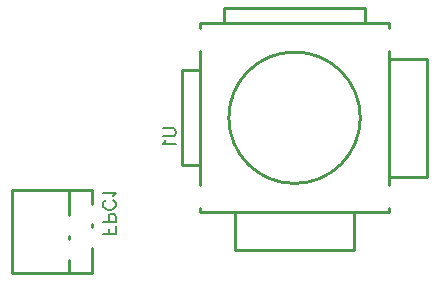
<source format=gbo>
G04 Layer: BottomSilkscreenLayer*
G04 EasyEDA v6.5.42, 2024-06-07 13:56:55*
G04 7482dcffd15b4418b76771f7c21639d5,5b5938e4044e44979b54ac5d61ce4e13,10*
G04 Gerber Generator version 0.2*
G04 Scale: 100 percent, Rotated: No, Reflected: No *
G04 Dimensions in millimeters *
G04 leading zeros omitted , absolute positions ,4 integer and 5 decimal *
%FSLAX45Y45*%
%MOMM*%

%ADD10C,0.1524*%
%ADD11C,0.2540*%

%LPD*%
D10*
X421716Y17706200D02*
G01*
X312750Y17706200D01*
X421716Y17706200D02*
G01*
X421716Y17773764D01*
X369900Y17706200D02*
G01*
X369900Y17747856D01*
X421716Y17808054D02*
G01*
X312750Y17808054D01*
X421716Y17808054D02*
G01*
X421716Y17854790D01*
X416636Y17870284D01*
X411302Y17875618D01*
X400888Y17880698D01*
X385394Y17880698D01*
X374980Y17875618D01*
X369900Y17870284D01*
X364566Y17854790D01*
X364566Y17808054D01*
X395808Y17992966D02*
G01*
X406222Y17987886D01*
X416636Y17977472D01*
X421716Y17967058D01*
X421716Y17946230D01*
X416636Y17935816D01*
X406222Y17925402D01*
X395808Y17920322D01*
X380060Y17914988D01*
X354152Y17914988D01*
X338658Y17920322D01*
X328244Y17925402D01*
X317830Y17935816D01*
X312750Y17946230D01*
X312750Y17967058D01*
X317830Y17977472D01*
X328244Y17987886D01*
X338658Y17992966D01*
X400888Y18027256D02*
G01*
X406222Y18037670D01*
X421716Y18053164D01*
X312750Y18053164D01*
X823582Y18606706D02*
G01*
X901560Y18606706D01*
X917054Y18601626D01*
X927468Y18591212D01*
X932548Y18575464D01*
X932548Y18565050D01*
X927468Y18549556D01*
X917054Y18539142D01*
X901560Y18534062D01*
X823582Y18534062D01*
X844410Y18499772D02*
G01*
X839076Y18489358D01*
X823582Y18473610D01*
X932548Y18473610D01*
D11*
X24036Y17491087D02*
G01*
X24036Y17379200D01*
X24036Y17693998D02*
G01*
X24036Y17667315D01*
X24036Y18079199D02*
G01*
X24036Y17864401D01*
X218600Y17592746D02*
G01*
X218600Y17379200D01*
X218600Y17792745D02*
G01*
X218600Y17765654D01*
X218600Y18079199D02*
G01*
X218600Y17965653D01*
X-455599Y17379200D02*
G01*
X215900Y17379200D01*
X218600Y18079199D02*
G01*
X-451398Y18079199D01*
X-455599Y17379200D02*
G01*
X-455599Y18079199D01*
X986998Y18292008D02*
G01*
X1136896Y18292008D01*
X986998Y19092006D02*
G01*
X1136896Y19092006D01*
X986998Y18292008D02*
G01*
X986998Y19092006D01*
X1436997Y17572009D02*
G01*
X1436997Y17891907D01*
X2436995Y17572009D02*
G01*
X2436995Y17891907D01*
X3056994Y18192008D02*
G01*
X2737096Y18192008D01*
X3056994Y19192006D02*
G01*
X2737096Y19192006D01*
X3056994Y18192008D02*
G01*
X3056994Y19192006D01*
X1436997Y17572009D02*
G01*
X2436995Y17572009D01*
X2536995Y19622005D02*
G01*
X2536995Y19492107D01*
X1336997Y19622005D02*
G01*
X1336997Y19492107D01*
X1336997Y19622005D02*
G01*
X2536995Y19622005D01*
X1136896Y19453087D02*
G01*
X1136896Y19492107D01*
X1136896Y18123090D02*
G01*
X1136896Y19260926D01*
X2737096Y17930929D02*
G01*
X2737096Y17891907D01*
X1136896Y17891907D01*
X1136896Y17930929D01*
X2737096Y19260926D02*
G01*
X2737096Y18123090D01*
X1136896Y19492107D02*
G01*
X2737096Y19492107D01*
X2737096Y19453087D01*
G75*
G01
X2493620Y18692012D02*
G03X2493620Y18692012I-556641J0D01*
M02*

</source>
